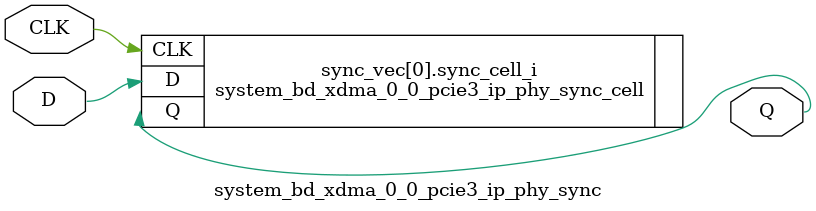
<source format=v>





`timescale 1ps / 1ps



//-------------------------------------------------------------------------------------------------
//  PHY Synchronizer Module
//-------------------------------------------------------------------------------------------------
module system_bd_xdma_0_0_pcie3_ip_phy_sync #
(
    parameter integer WIDTH = 1, 
    parameter integer STAGE = 2
)
(
    //-------------------------------------------------------------------------- 
    //  Input Ports
    //-------------------------------------------------------------------------- 
    input                               CLK,
    input       [WIDTH-1:0]             D,
    
    //-------------------------------------------------------------------------- 
    //  Output Ports
    //-------------------------------------------------------------------------- 
    output      [WIDTH-1:0]             Q
);                                                        



//--------------------------------------------------------------------------------------------------
//  Generate Synchronizer - Begin
//--------------------------------------------------------------------------------------------------
genvar i;

generate for (i=0; i<WIDTH; i=i+1) 

    begin : sync_vec

    //----------------------------------------------------------------------
    //  Synchronizer
    //----------------------------------------------------------------------
system_bd_xdma_0_0_pcie3_ip_phy_sync_cell #
    (
        .STAGE                            (STAGE)
    )    
    sync_cell_i
    (
        //------------------------------------------------------------------
        //  Input Ports
        //------------------------------------------------------------------
        .CLK                              (CLK),
        .D                                (D[i]),

        //------------------------------------------------------------------
        //  Output Ports
        //------------------------------------------------------------------
        .Q                                (Q[i])
    );
 
    end   
      
endgenerate 
//--------------------------------------------------------------------------------------------------
//  Generate - End
//--------------------------------------------------------------------------------------------------



endmodule





</source>
